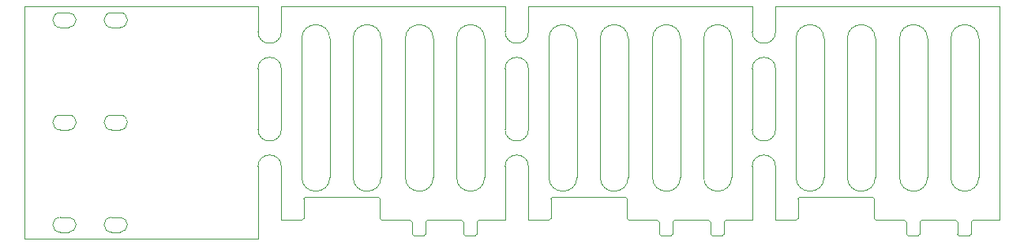
<source format=gm1>
G04 #@! TF.GenerationSoftware,KiCad,Pcbnew,5.0.0-fee4fd1~66~ubuntu16.04.1*
G04 #@! TF.CreationDate,2018-08-12T23:06:18+05:30*
G04 #@! TF.ProjectId,1sqinch555,317371696E63683535352E6B69636164,rev?*
G04 #@! TF.SameCoordinates,Original*
G04 #@! TF.FileFunction,Profile,NP*
%FSLAX46Y46*%
G04 Gerber Fmt 4.6, Leading zero omitted, Abs format (unit mm)*
G04 Created by KiCad (PCBNEW 5.0.0-fee4fd1~66~ubuntu16.04.1) date Sun Aug 12 23:06:18 2018*
%MOMM*%
%LPD*%
G01*
G04 APERTURE LIST*
%ADD10C,0.100000*%
G04 APERTURE END LIST*
D10*
X118000000Y-54750000D02*
X118000000Y-60500000D01*
X115500000Y-54750000D02*
X115500000Y-60500000D01*
X118000000Y-44250000D02*
X118000000Y-50750000D01*
X115500000Y-44250000D02*
X115500000Y-50750000D01*
X91500000Y-54750000D02*
X91500000Y-60500000D01*
X89000000Y-54750000D02*
X89000000Y-60500000D01*
X91500000Y-44250000D02*
X91500000Y-50750000D01*
X89000000Y-44250000D02*
X89000000Y-50750000D01*
X65000000Y-60500000D02*
X65000000Y-54750000D01*
X62500000Y-54750000D02*
X62500000Y-62500000D01*
X65000000Y-50750000D02*
X65000000Y-44250000D01*
X62500000Y-44250000D02*
X62500000Y-50750000D01*
X115500000Y-54750000D02*
G75*
G02X118000000Y-54750000I1250000J0D01*
G01*
X118000000Y-50750000D02*
G75*
G02X115500000Y-50750000I-1250000J0D01*
G01*
X115500000Y-44250000D02*
G75*
G02X118000000Y-44250000I1250000J0D01*
G01*
X118000000Y-40250000D02*
G75*
G02X115500000Y-40250000I-1250000J0D01*
G01*
X91500000Y-40250000D02*
G75*
G02X89000000Y-40250000I-1250000J0D01*
G01*
X89000000Y-44250000D02*
G75*
G02X91500000Y-44250000I1250000J0D01*
G01*
X91500000Y-50750000D02*
G75*
G02X89000000Y-50750000I-1250000J0D01*
G01*
X89000000Y-54750000D02*
G75*
G02X91500000Y-54750000I1250000J0D01*
G01*
X62500000Y-54750000D02*
G75*
G02X65000000Y-54750000I1250000J0D01*
G01*
X65000000Y-50750000D02*
G75*
G02X62500000Y-50750000I-1250000J0D01*
G01*
X62500000Y-44250000D02*
G75*
G02X65000000Y-44250000I1250000J0D01*
G01*
X65000000Y-40250000D02*
G75*
G02X62500000Y-40250000I-1250000J0D01*
G01*
X120200001Y-55900000D02*
X120200000Y-40999999D01*
X139800000Y-40999999D02*
X139799999Y-55900000D01*
X139800000Y-55900000D02*
G75*
G02X136800000Y-55900000I-1500000J0D01*
G01*
X134300000Y-41000000D02*
X134300000Y-55900000D01*
X123200000Y-41000000D02*
X123200000Y-55900000D01*
X131300000Y-41000000D02*
G75*
G02X134300000Y-41000000I1500000J0D01*
G01*
X136800000Y-55900000D02*
X136800000Y-41000000D01*
X123199999Y-55900000D02*
G75*
G02X120200001Y-55900000I-1499999J0D01*
G01*
X120200000Y-41000000D02*
G75*
G02X123200000Y-41000000I1500000J0D01*
G01*
X136800000Y-41000001D02*
G75*
G02X139800000Y-40999999I1500000J1D01*
G01*
X125700000Y-41000000D02*
G75*
G02X128700000Y-41000000I1500000J0D01*
G01*
X131300000Y-55900000D02*
X131300000Y-41000000D01*
X125700000Y-55900000D02*
X125700000Y-41000000D01*
X128700000Y-55900000D02*
G75*
G02X125700000Y-55900000I-1500000J0D01*
G01*
X128700000Y-41000000D02*
X128700000Y-55900000D01*
X134300000Y-55900000D02*
G75*
G02X131300000Y-55900000I-1500000J0D01*
G01*
X107800000Y-55900000D02*
G75*
G02X104800000Y-55900000I-1500000J0D01*
G01*
X104800000Y-41000000D02*
G75*
G02X107800000Y-41000000I1500000J0D01*
G01*
X99200000Y-55900000D02*
X99200000Y-41000000D01*
X102200000Y-41000000D02*
X102200000Y-55900000D01*
X107800000Y-41000000D02*
X107800000Y-55900000D01*
X96700000Y-41000000D02*
X96700000Y-55900000D01*
X99200000Y-41000000D02*
G75*
G02X102200000Y-41000000I1500000J0D01*
G01*
X93700001Y-55900000D02*
X93700000Y-40999999D01*
X93700000Y-41000000D02*
G75*
G02X96700000Y-41000000I1500000J0D01*
G01*
X104800000Y-55900000D02*
X104800000Y-41000000D01*
X110300000Y-55900000D02*
X110300000Y-41000000D01*
X113300000Y-40999999D02*
X113299999Y-55900000D01*
X113300000Y-55900000D02*
G75*
G02X110300000Y-55900000I-1500000J0D01*
G01*
X110300000Y-41000001D02*
G75*
G02X113300000Y-40999999I1500000J1D01*
G01*
X96699999Y-55900000D02*
G75*
G02X93700001Y-55900000I-1499999J0D01*
G01*
X102200000Y-55900000D02*
G75*
G02X99200000Y-55900000I-1500000J0D01*
G01*
X67200001Y-55900000D02*
X67200000Y-40999999D01*
X70200000Y-41000000D02*
X70200000Y-55900000D01*
X67200000Y-41000000D02*
G75*
G02X70200000Y-41000000I1500000J0D01*
G01*
X70199999Y-55900000D02*
G75*
G02X67200001Y-55900000I-1499999J0D01*
G01*
X75700000Y-55900000D02*
G75*
G02X72700000Y-55900000I-1500000J0D01*
G01*
X72700000Y-41000000D02*
G75*
G02X75700000Y-41000000I1500000J0D01*
G01*
X75700000Y-41000000D02*
X75700000Y-55900000D01*
X72700000Y-55900000D02*
X72700000Y-41000000D01*
X78300000Y-55900000D02*
X78300000Y-41000000D01*
X81300000Y-41000000D02*
X81300000Y-55900000D01*
X81300000Y-55900000D02*
G75*
G02X78300000Y-55900000I-1500000J0D01*
G01*
X78300000Y-41000000D02*
G75*
G02X81300000Y-41000000I1500000J0D01*
G01*
X128800000Y-60500000D02*
X131800000Y-60500000D01*
X137300000Y-60500000D02*
X135500000Y-60500000D01*
X139000000Y-62000000D02*
G75*
G02X138800000Y-62200000I-200000J0D01*
G01*
X132200000Y-62200000D02*
G75*
G02X132000000Y-62000000I0J200000D01*
G01*
X137300000Y-60500001D02*
G75*
G02X137499999Y-60700000I0J-199999D01*
G01*
X137700000Y-62200000D02*
G75*
G02X137500000Y-62000000I0J200000D01*
G01*
X120400000Y-60300000D02*
G75*
G02X120200000Y-60500000I-200000J0D01*
G01*
X128800000Y-60500000D02*
G75*
G02X128600000Y-60300000I0J200000D01*
G01*
X139000001Y-60700000D02*
X139000000Y-62000000D01*
X131800000Y-60500000D02*
G75*
G02X132000000Y-60700000I0J-200000D01*
G01*
X128400000Y-58000000D02*
G75*
G02X128600000Y-58200000I0J-200000D01*
G01*
X120400000Y-58200000D02*
G75*
G02X120600000Y-58000000I200000J0D01*
G01*
X132000000Y-62000000D02*
X132000000Y-60700000D01*
X133500000Y-60700000D02*
X133500000Y-62000000D01*
X120399999Y-58200000D02*
X120400000Y-60300000D01*
X138800000Y-62200000D02*
X137700000Y-62200000D01*
X135500000Y-60500000D02*
X133700000Y-60500000D01*
X120200000Y-60500000D02*
X118000000Y-60500000D01*
X133500000Y-62000000D02*
G75*
G02X133300000Y-62200000I-200000J0D01*
G01*
X142000000Y-60500000D02*
X139200000Y-60500000D01*
X128600000Y-60300000D02*
X128600000Y-58200000D01*
X133300000Y-62200000D02*
X132200000Y-62200000D01*
X139000000Y-60700000D02*
G75*
G02X139200000Y-60500000I200000J0D01*
G01*
X137500000Y-62000000D02*
X137499999Y-60700000D01*
X128400000Y-58000000D02*
X120600000Y-58000000D01*
X133500001Y-60700001D02*
G75*
G02X133700000Y-60500000I200000J1D01*
G01*
X105700000Y-62200000D02*
G75*
G02X105500000Y-62000000I0J200000D01*
G01*
X110800000Y-60500001D02*
G75*
G02X110999999Y-60700000I0J-199999D01*
G01*
X101900000Y-58000000D02*
G75*
G02X102100000Y-58200000I0J-200000D01*
G01*
X93900000Y-58200000D02*
G75*
G02X94100000Y-58000000I200000J0D01*
G01*
X93900000Y-60300000D02*
G75*
G02X93700000Y-60500000I-200000J0D01*
G01*
X112500000Y-60700000D02*
G75*
G02X112700000Y-60500000I200000J0D01*
G01*
X102300000Y-60500000D02*
X105300000Y-60500000D01*
X102100000Y-60300000D02*
X102100000Y-58200000D01*
X107000001Y-60700001D02*
G75*
G02X107200000Y-60500000I200000J1D01*
G01*
X102300000Y-60500000D02*
G75*
G02X102100000Y-60300000I0J200000D01*
G01*
X101900000Y-58000000D02*
X94100000Y-58000000D01*
X105300000Y-60500000D02*
G75*
G02X105500000Y-60700000I0J-200000D01*
G01*
X111200000Y-62200000D02*
G75*
G02X111000000Y-62000000I0J200000D01*
G01*
X93899999Y-58200000D02*
X93900000Y-60300000D01*
X107000000Y-62000000D02*
G75*
G02X106800000Y-62200000I-200000J0D01*
G01*
X93700000Y-60500000D02*
X91500000Y-60500000D01*
X115500000Y-60500000D02*
X112700000Y-60500000D01*
X112500001Y-60700000D02*
X112500000Y-62000000D01*
X112300000Y-62200000D02*
X111200000Y-62200000D01*
X111000000Y-62000000D02*
X110999999Y-60700000D01*
X110800000Y-60500000D02*
X109000000Y-60500000D01*
X109000000Y-60500000D02*
X107200000Y-60500000D01*
X107000000Y-60700000D02*
X107000000Y-62000000D01*
X106800000Y-62200000D02*
X105700000Y-62200000D01*
X105500000Y-62000000D02*
X105500000Y-60700000D01*
X112500000Y-62000000D02*
G75*
G02X112300000Y-62200000I-200000J0D01*
G01*
X86000000Y-60700000D02*
G75*
G02X86200000Y-60500000I200000J0D01*
G01*
X86000000Y-62000000D02*
G75*
G02X85800000Y-62200000I-200000J0D01*
G01*
X84700000Y-62200000D02*
G75*
G02X84500000Y-62000000I0J200000D01*
G01*
X84300000Y-60500001D02*
G75*
G02X84499999Y-60700000I0J-199999D01*
G01*
X80500001Y-60700001D02*
G75*
G02X80700000Y-60500000I200000J1D01*
G01*
X80500000Y-62000000D02*
G75*
G02X80300000Y-62200000I-200000J0D01*
G01*
X79200000Y-62200000D02*
G75*
G02X79000000Y-62000000I0J200000D01*
G01*
X78800000Y-60500000D02*
G75*
G02X79000000Y-60700000I0J-200000D01*
G01*
X67400000Y-60300000D02*
G75*
G02X67200000Y-60500000I-200000J0D01*
G01*
X67400000Y-58200000D02*
G75*
G02X67600000Y-58000000I200000J0D01*
G01*
X75400000Y-58000000D02*
G75*
G02X75600000Y-58200000I0J-200000D01*
G01*
X75800000Y-60500000D02*
G75*
G02X75600000Y-60300000I0J200000D01*
G01*
X75800000Y-60500000D02*
X78800000Y-60500000D01*
X67399999Y-58200000D02*
X67400000Y-60300000D01*
X75400000Y-58000000D02*
X67600000Y-58000000D01*
X75600000Y-60300000D02*
X75600000Y-58200000D01*
X83800000Y-41000001D02*
G75*
G02X86800000Y-40999999I1500000J1D01*
G01*
X86800000Y-55900000D02*
G75*
G02X83800000Y-55900000I-1500000J0D01*
G01*
X86800000Y-40999999D02*
X86799999Y-55900000D01*
X83800000Y-55900000D02*
X83800000Y-41000000D01*
X118000000Y-40250000D02*
X118000000Y-37500000D01*
X142000000Y-37500000D02*
X142000000Y-60500000D01*
X118000000Y-37500000D02*
X142000000Y-37500000D01*
X91500000Y-37500000D02*
X115500000Y-37500000D01*
X115500000Y-37500000D02*
X115500000Y-40250000D01*
X91500000Y-40250000D02*
X91500000Y-37500000D01*
X79000000Y-62000000D02*
X79000000Y-60700000D01*
X80300000Y-62200000D02*
X79200000Y-62200000D01*
X80500000Y-60700000D02*
X80500000Y-62000000D01*
X82500000Y-60500000D02*
X80700000Y-60500000D01*
X84300000Y-60500000D02*
X82500000Y-60500000D01*
X84500000Y-62000000D02*
X84499999Y-60700000D01*
X85800000Y-62200000D02*
X84700000Y-62200000D01*
X86000001Y-60700000D02*
X86000000Y-62000000D01*
X89000000Y-60500000D02*
X86200000Y-60500000D01*
X89000000Y-37500000D02*
X89000000Y-40250000D01*
X65000000Y-37500000D02*
X89000000Y-37500000D01*
X65000000Y-40250000D02*
X65000000Y-37500000D01*
X67200000Y-60500000D02*
X65000000Y-60500000D01*
X47700001Y-60200000D02*
G75*
G02X47699999Y-61800000I-1J-800000D01*
G01*
X46800000Y-61800000D02*
G75*
G02X46800000Y-60200000I0J800000D01*
G01*
X47699999Y-61800000D02*
X46800000Y-61800000D01*
X46800000Y-60200000D02*
X47700000Y-60200000D01*
X42200000Y-61800000D02*
X41300000Y-61800000D01*
X41300000Y-60200000D02*
X42200000Y-60200000D01*
X41300000Y-61800002D02*
G75*
G02X41300000Y-60200000I0J800001D01*
G01*
X42200002Y-60200000D02*
G75*
G02X42200000Y-61800000I-1J-800000D01*
G01*
X41300000Y-50799999D02*
G75*
G02X41300000Y-49200001I0J799999D01*
G01*
X42200001Y-50800000D02*
X41300000Y-50799999D01*
X41300000Y-49200001D02*
X42200001Y-49200000D01*
X42199999Y-49200000D02*
G75*
G02X42200001Y-50800000I1J-800000D01*
G01*
X47700000Y-50800000D02*
X46800000Y-50800000D01*
X47699998Y-49200000D02*
G75*
G02X47700000Y-50800000I1J-800000D01*
G01*
X46800000Y-49200000D02*
X47700000Y-49200000D01*
X46800000Y-50800000D02*
G75*
G02X46800000Y-49200000I0J800000D01*
G01*
X46800000Y-38200000D02*
X47699999Y-38200000D01*
X47700000Y-39800000D02*
X46800000Y-39800000D01*
X47700000Y-38200000D02*
G75*
G02X47700000Y-39800000I0J-800000D01*
G01*
X46800000Y-39800000D02*
G75*
G02X46800000Y-38200000I0J800000D01*
G01*
X42200002Y-38200000D02*
G75*
G02X42200000Y-39800000I-1J-800000D01*
G01*
X41300000Y-39799998D02*
G75*
G02X41300000Y-38200000I0J799999D01*
G01*
X42200000Y-39800000D02*
X41300000Y-39800000D01*
X41300000Y-38200000D02*
X42200000Y-38200000D01*
X37500000Y-37500000D02*
X62500000Y-37500000D01*
X37500000Y-62500000D02*
X37500000Y-37500000D01*
X62500000Y-62500000D02*
X37500000Y-62500000D01*
X62500000Y-37500000D02*
X62500000Y-40250000D01*
M02*

</source>
